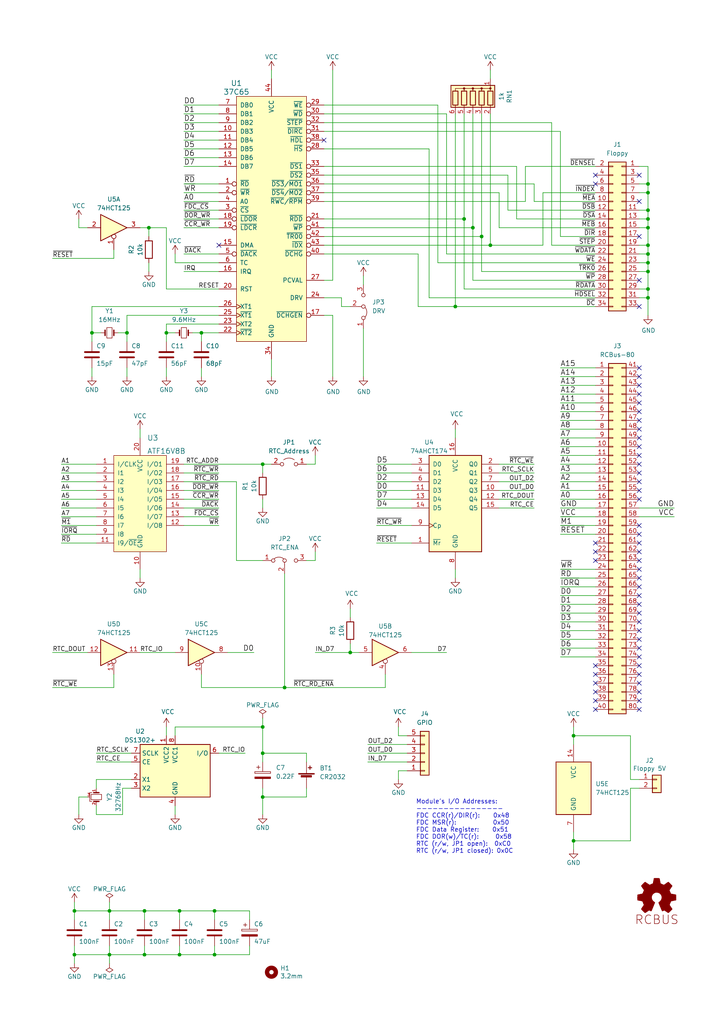
<source format=kicad_sch>
(kicad_sch (version 20211123) (generator eeschema)
  (paper "A4" portrait)
  (title_block (title "Flock: RCBUS FDC and RTC Module") (date "2023-09-12") (rev "2.0") (company "Designed by Sergey Kiselev") (comment 2 "Licensed under CERN-OHL-S: https://cern-ohl.web.cern.ch") (comment 3 "Documentation and design files: https://github.com/skiselev/flock-v2") (comment 4 "Flock is an open source hardware project"))
  (lib_symbols
    (symbol "74xx:74LS125" (pin_names (offset 1.016))
      (property "Reference" "U" (at 0 1.27 0))
      (property "Value" "74LS125" (at 0 -1.27 0))
      (symbol "74LS125_1_0"
        (pin input inverted (at 0 -6.35 90) (length 4.445) (name "~") (number "1"))
        (pin input line (at -7.62 0 0) (length 3.81) (name "~") (number "2"))
        (pin tri_state line (at 7.62 0 180) (length 3.81) (name "~") (number "3"))
      )
      (symbol "74LS125_2_0"
        (pin input inverted (at 0 -6.35 90) (length 4.445) (name "~") (number "4"))
        (pin input line (at -7.62 0 0) (length 3.81) (name "~") (number "5"))
        (pin tri_state line (at 7.62 0 180) (length 3.81) (name "~") (number "6"))
      )
      (symbol "74LS125_3_0"
        (pin input inverted (at 0 -6.35 90) (length 4.445) (name "~") (number "10"))
        (pin tri_state line (at 7.62 0 180) (length 3.81) (name "~") (number "8"))
        (pin input line (at -7.62 0 0) (length 3.81) (name "~") (number "9"))
      )
      (symbol "74LS125_4_0"
        (pin tri_state line (at 7.62 0 180) (length 3.81) (name "~") (number "11"))
        (pin input line (at -7.62 0 0) (length 3.81) (name "~") (number "12"))
        (pin input inverted (at 0 -6.35 90) (length 4.445) (name "~") (number "13"))
      )
      (symbol "74LS125_5_0"
        (pin power_in line (at 0 12.7 270) (length 5.08) (name "VCC") (number "14"))
        (pin power_in line (at 0 -12.7 90) (length 5.08) (name "GND") (number "7"))
      )
    )
    (symbol "74xx:74LS174" (pin_names (offset 1.016))
      (property "Reference" "U" (at -7.62 13.97 0))
      (property "Value" "74LS174" (at -7.62 -16.51 0))
      (symbol "74LS174_1_0"
        (pin input line (at -12.7 -12.7 0) (length 5.08) (name "~{Mr}") (number "1"))
        (pin output line (at 12.7 2.54 180) (length 5.08) (name "Q3") (number "10"))
        (pin input line (at -12.7 2.54 0) (length 5.08) (name "D3") (number "11"))
        (pin output line (at 12.7 0 180) (length 5.08) (name "Q4") (number "12"))
        (pin input line (at -12.7 0 0) (length 5.08) (name "D4") (number "13"))
        (pin input line (at -12.7 -2.54 0) (length 5.08) (name "D5") (number "14"))
        (pin output line (at 12.7 -2.54 180) (length 5.08) (name "Q5") (number "15"))
        (pin power_in line (at 0 17.78 270) (length 5.08) (name "VCC") (number "16"))
        (pin output line (at 12.7 10.16 180) (length 5.08) (name "Q0") (number "2"))
        (pin input line (at -12.7 10.16 0) (length 5.08) (name "D0") (number "3"))
        (pin input line (at -12.7 7.62 0) (length 5.08) (name "D1") (number "4"))
        (pin output line (at 12.7 7.62 180) (length 5.08) (name "Q1") (number "5"))
        (pin input line (at -12.7 5.08 0) (length 5.08) (name "D2") (number "6"))
        (pin output line (at 12.7 5.08 180) (length 5.08) (name "Q2") (number "7"))
        (pin power_in line (at 0 -20.32 90) (length 5.08) (name "GND") (number "8"))
        (pin input clock (at -12.7 -7.62 0) (length 5.08) (name "Cp") (number "9"))
      )
    )
    (symbol "Connector_Generic:Conn_01x02" (pin_names (offset 1.016) hide)
      (property "Reference" "J" (at 0 2.54 0))
      (property "Value" "Conn_01x02" (at 0 -5.08 0))
      (symbol "Conn_01x02_1_1"
        (pin passive line (at -5.08 0 0) (length 3.81) (name "Pin_1") (number "1"))
        (pin passive line (at -5.08 -2.54 0) (length 3.81) (name "Pin_2") (number "2"))
      )
    )
    (symbol "Connector_Generic:Conn_01x05" (pin_names (offset 1.016) hide)
      (property "Reference" "J" (at 0 7.62 0))
      (property "Value" "Conn_01x05" (at 0 -7.62 0))
      (symbol "Conn_01x05_1_1"
        (pin passive line (at -5.08 5.08 0) (length 3.81) (name "Pin_1") (number "1"))
        (pin passive line (at -5.08 2.54 0) (length 3.81) (name "Pin_2") (number "2"))
        (pin passive line (at -5.08 0 0) (length 3.81) (name "Pin_3") (number "3"))
        (pin passive line (at -5.08 -2.54 0) (length 3.81) (name "Pin_4") (number "4"))
        (pin passive line (at -5.08 -5.08 0) (length 3.81) (name "Pin_5") (number "5"))
      )
    )
    (symbol "Connector_Generic:Conn_02x17_Odd_Even" (pin_names (offset 1.016) hide)
      (property "Reference" "J" (at 1.27 22.86 0))
      (property "Value" "Conn_02x17_Odd_Even" (at 1.27 -22.86 0))
      (symbol "Conn_02x17_Odd_Even_1_1"
        (pin passive line (at -5.08 20.32 0) (length 3.81) (name "Pin_1") (number "1"))
        (pin passive line (at 7.62 10.16 180) (length 3.81) (name "Pin_10") (number "10"))
        (pin passive line (at -5.08 7.62 0) (length 3.81) (name "Pin_11") (number "11"))
        (pin passive line (at 7.62 7.62 180) (length 3.81) (name "Pin_12") (number "12"))
        (pin passive line (at -5.08 5.08 0) (length 3.81) (name "Pin_13") (number "13"))
        (pin passive line (at 7.62 5.08 180) (length 3.81) (name "Pin_14") (number "14"))
        (pin passive line (at -5.08 2.54 0) (length 3.81) (name "Pin_15") (number "15"))
        (pin passive line (at 7.62 2.54 180) (length 3.81) (name "Pin_16") (number "16"))
        (pin passive line (at -5.08 0 0) (length 3.81) (name "Pin_17") (number "17"))
        (pin passive line (at 7.62 0 180) (length 3.81) (name "Pin_18") (number "18"))
        (pin passive line (at -5.08 -2.54 0) (length 3.81) (name "Pin_19") (number "19"))
        (pin passive line (at 7.62 20.32 180) (length 3.81) (name "Pin_2") (number "2"))
        (pin passive line (at 7.62 -2.54 180) (length 3.81) (name "Pin_20") (number "20"))
        (pin passive line (at -5.08 -5.08 0) (length 3.81) (name "Pin_21") (number "21"))
        (pin passive line (at 7.62 -5.08 180) (length 3.81) (name "Pin_22") (number "22"))
        (pin passive line (at -5.08 -7.62 0) (length 3.81) (name "Pin_23") (number "23"))
        (pin passive line (at 7.62 -7.62 180) (length 3.81) (name "Pin_24") (number "24"))
        (pin passive line (at -5.08 -10.16 0) (length 3.81) (name "Pin_25") (number "25"))
        (pin passive line (at 7.62 -10.16 180) (length 3.81) (name "Pin_26") (number "26"))
        (pin passive line (at -5.08 -12.7 0) (length 3.81) (name "Pin_27") (number "27"))
        (pin passive line (at 7.62 -12.7 180) (length 3.81) (name "Pin_28") (number "28"))
        (pin passive line (at -5.08 -15.24 0) (length 3.81) (name "Pin_29") (number "29"))
        (pin passive line (at -5.08 17.78 0) (length 3.81) (name "Pin_3") (number "3"))
        (pin passive line (at 7.62 -15.24 180) (length 3.81) (name "Pin_30") (number "30"))
        (pin passive line (at -5.08 -17.78 0) (length 3.81) (name "Pin_31") (number "31"))
        (pin passive line (at 7.62 -17.78 180) (length 3.81) (name "Pin_32") (number "32"))
        (pin passive line (at -5.08 -20.32 0) (length 3.81) (name "Pin_33") (number "33"))
        (pin passive line (at 7.62 -20.32 180) (length 3.81) (name "Pin_34") (number "34"))
        (pin passive line (at 7.62 17.78 180) (length 3.81) (name "Pin_4") (number "4"))
        (pin passive line (at -5.08 15.24 0) (length 3.81) (name "Pin_5") (number "5"))
        (pin passive line (at 7.62 15.24 180) (length 3.81) (name "Pin_6") (number "6"))
        (pin passive line (at -5.08 12.7 0) (length 3.81) (name "Pin_7") (number "7"))
        (pin passive line (at 7.62 12.7 180) (length 3.81) (name "Pin_8") (number "8"))
        (pin passive line (at -5.08 10.16 0) (length 3.81) (name "Pin_9") (number "9"))
      )
    )
    (symbol "Connector_Generic:Conn_02x40_Top_Bottom" (pin_names (offset 1.016) hide)
      (property "Reference" "J" (at 1.27 50.8 0))
      (property "Value" "Conn_02x40_Top_Bottom" (at 1.27 -53.34 0))
      (symbol "Conn_02x40_Top_Bottom_1_1"
        (pin passive line (at -5.08 48.26 0) (length 3.81) (name "Pin_1") (number "1"))
        (pin passive line (at -5.08 25.4 0) (length 3.81) (name "Pin_10") (number "10"))
        (pin passive line (at -5.08 22.86 0) (length 3.81) (name "Pin_11") (number "11"))
        (pin passive line (at -5.08 20.32 0) (length 3.81) (name "Pin_12") (number "12"))
        (pin passive line (at -5.08 17.78 0) (length 3.81) (name "Pin_13") (number "13"))
        (pin passive line (at -5.08 15.24 0) (length 3.81) (name "Pin_14") (number "14"))
        (pin passive line (at -5.08 12.7 0) (length 3.81) (name "Pin_15") (number "15"))
        (pin passive line (at -5.08 10.16 0) (length 3.81) (name "Pin_16") (number "16"))
        (pin passive line (at -5.08 7.62 0) (length 3.81) (name "Pin_17") (number "17"))
        (pin passive line (at -5.08 5.08 0) (length 3.81) (name "Pin_18") (number "18"))
        (pin passive line (at -5.08 2.54 0) (length 3.81) (name "Pin_19") (number "19"))
        (pin passive line (at -5.08 45.72 0) (length 3.81) (name "Pin_2") (number "2"))
        (pin passive line (at -5.08 0 0) (length 3.81) (name "Pin_20") (number "20"))
        (pin passive line (at -5.08 -2.54 0) (length 3.81) (name "Pin_21") (number "21"))
        (pin passive line (at -5.08 -5.08 0) (length 3.81) (name "Pin_22") (number "22"))
        (pin passive line (at -5.08 -7.62 0) (length 3.81) (name "Pin_23") (number "23"))
        (pin passive line (at -5.08 -10.16 0) (length 3.81) (name "Pin_24") (number "24"))
        (pin passive line (at -5.08 -12.7 0) (length 3.81) (name "Pin_25") (number "25"))
        (pin passive line (at -5.08 -15.24 0) (length 3.81) (name "Pin_26") (number "26"))
        (pin passive line (at -5.08 -17.78 0) (length 3.81) (name "Pin_27") (number "27"))
        (pin passive line (at -5.08 -20.32 0) (length 3.81) (name "Pin_28") (number "28"))
        (pin passive line (at -5.08 -22.86 0) (length 3.81) (name "Pin_29") (number "29"))
        (pin passive line (at -5.08 43.18 0) (length 3.81) (name "Pin_3") (number "3"))
        (pin passive line (at -5.08 -25.4 0) (length 3.81) (name "Pin_30") (number "30"))
        (pin passive line (at -5.08 -27.94 0) (length 3.81) (name "Pin_31") (number "31"))
        (pin passive line (at -5.08 -30.48 0) (length 3.81) (name "Pin_32") (number "32"))
        (pin passive line (at -5.08 -33.02 0) (length 3.81) (name "Pin_33") (number "33"))
        (pin passive line (at -5.08 -35.56 0) (length 3.81) (name "Pin_34") (number "34"))
        (pin passive line (at -5.08 -38.1 0) (length 3.81) (name "Pin_35") (number "35"))
        (pin passive line (at -5.08 -40.64 0) (length 3.81) (name "Pin_36") (number "36"))
        (pin passive line (at -5.08 -43.18 0) (length 3.81) (name "Pin_37") (number "37"))
        (pin passive line (at -5.08 -45.72 0) (length 3.81) (name "Pin_38") (number "38"))
        (pin passive line (at -5.08 -48.26 0) (length 3.81) (name "Pin_39") (number "39"))
        (pin passive line (at -5.08 40.64 0) (length 3.81) (name "Pin_4") (number "4"))
        (pin passive line (at -5.08 -50.8 0) (length 3.81) (name "Pin_40") (number "40"))
        (pin passive line (at 7.62 48.26 180) (length 3.81) (name "Pin_41") (number "41"))
        (pin passive line (at 7.62 45.72 180) (length 3.81) (name "Pin_42") (number "42"))
        (pin passive line (at 7.62 43.18 180) (length 3.81) (name "Pin_43") (number "43"))
        (pin passive line (at 7.62 40.64 180) (length 3.81) (name "Pin_44") (number "44"))
        (pin passive line (at 7.62 38.1 180) (length 3.81) (name "Pin_45") (number "45"))
        (pin passive line (at 7.62 35.56 180) (length 3.81) (name "Pin_46") (number "46"))
        (pin passive line (at 7.62 33.02 180) (length 3.81) (name "Pin_47") (number "47"))
        (pin passive line (at 7.62 30.48 180) (length 3.81) (name "Pin_48") (number "48"))
        (pin passive line (at 7.62 27.94 180) (length 3.81) (name "Pin_49") (number "49"))
        (pin passive line (at -5.08 38.1 0) (length 3.81) (name "Pin_5") (number "5"))
        (pin passive line (at 7.62 25.4 180) (length 3.81) (name "Pin_50") (number "50"))
        (pin passive line (at 7.62 22.86 180) (length 3.81) (name "Pin_51") (number "51"))
        (pin passive line (at 7.62 20.32 180) (length 3.81) (name "Pin_52") (number "52"))
        (pin passive line (at 7.62 17.78 180) (length 3.81) (name "Pin_53") (number "53"))
        (pin passive line (at 7.62 15.24 180) (length 3.81) (name "Pin_54") (number "54"))
        (pin passive line (at 7.62 12.7 180) (length 3.81) (name "Pin_55") (number "55"))
        (pin passive line (at 7.62 10.16 180) (length 3.81) (name "Pin_56") (number "56"))
        (pin passive line (at 7.62 7.62 180) (length 3.81) (name "Pin_57") (number "57"))
        (pin passive line (at 7.62 5.08 180) (length 3.81) (name "Pin_58") (number "58"))
        (pin passive line (at 7.62 2.54 180) (length 3.81) (name "Pin_59") (number "59"))
        (pin passive line (at -5.08 35.56 0) (length 3.81) (name "Pin_6") (number "6"))
        (pin passive line (at 7.62 0 180) (length 3.81) (name "Pin_60") (number "60"))
        (pin passive line (at 7.62 -2.54 180) (length 3.81) (name "Pin_61") (number "61"))
        (pin passive line (at 7.62 -5.08 180) (length 3.81) (name "Pin_62") (number "62"))
        (pin passive line (at 7.62 -7.62 180) (length 3.81) (name "Pin_63") (number "63"))
        (pin passive line (at 7.62 -10.16 180) (length 3.81) (name "Pin_64") (number "64"))
        (pin passive line (at 7.62 -12.7 180) (length 3.81) (name "Pin_65") (number "65"))
        (pin passive line (at 7.62 -15.24 180) (length 3.81) (name "Pin_66") (number "66"))
        (pin passive line (at 7.62 -17.78 180) (length 3.81) (name "Pin_67") (number "67"))
        (pin passive line (at 7.62 -20.32 180) (length 3.81) (name "Pin_68") (number "68"))
        (pin passive line (at 7.62 -22.86 180) (length 3.81) (name "Pin_69") (number "69"))
        (pin passive line (at -5.08 33.02 0) (length 3.81) (name "Pin_7") (number "7"))
        (pin passive line (at 7.62 -25.4 180) (length 3.81) (name "Pin_70") (number "70"))
        (pin passive line (at 7.62 -27.94 180) (length 3.81) (name "Pin_71") (number "71"))
        (pin passive line (at 7.62 -30.48 180) (length 3.81) (name "Pin_72") (number "72"))
        (pin passive line (at 7.62 -33.02 180) (length 3.81) (name "Pin_73") (number "73"))
        (pin passive line (at 7.62 -35.56 180) (length 3.81) (name "Pin_74") (number "74"))
        (pin passive line (at 7.62 -38.1 180) (length 3.81) (name "Pin_75") (number "75"))
        (pin passive line (at 7.62 -40.64 180) (length 3.81) (name "Pin_76") (number "76"))
        (pin passive line (at 7.62 -43.18 180) (length 3.81) (name "Pin_77") (number "77"))
        (pin passive line (at 7.62 -45.72 180) (length 3.81) (name "Pin_78") (number "78"))
        (pin passive line (at 7.62 -48.26 180) (length 3.81) (name "Pin_79") (number "79"))
        (pin passive line (at -5.08 30.48 0) (length 3.81) (name "Pin_8") (number "8"))
        (pin passive line (at 7.62 -50.8 180) (length 3.81) (name "Pin_80") (number "80"))
        (pin passive line (at -5.08 27.94 0) (length 3.81) (name "Pin_9") (number "9"))
      )
    )
    (symbol "Device:Battery_Cell" (pin_numbers hide) (pin_names (offset 0) hide)
      (property "Reference" "BT" (at 2.54 2.54 0))
      (property "Value" "Battery_Cell" (at 2.54 0 0))
      (symbol "Battery_Cell_1_1"
        (pin passive line (at 0 5.08 270) (length 2.54) (name "+") (number "1"))
        (pin passive line (at 0 -2.54 90) (length 2.54) (name "-") (number "2"))
      )
    )
    (symbol "Device:C" (pin_numbers hide) (pin_names (offset 0.254))
      (property "Reference" "C" (at 0.635 2.54 0))
      (property "Value" "C" (at 0.635 -2.54 0))
      (symbol "C_1_1"
        (pin passive line (at 0 3.81 270) (length 2.794) (name "~") (number "1"))
        (pin passive line (at 0 -3.81 90) (length 2.794) (name "~") (number "2"))
      )
    )
    (symbol "Device:C_Polarized" (pin_numbers hide) (pin_names (offset 0.254))
      (property "Reference" "C" (at 0.635 2.54 0))
      (property "Value" "C_Polarized" (at 0.635 -2.54 0))
      (symbol "C_Polarized_1_1"
        (pin passive line (at 0 3.81 270) (length 2.794) (name "~") (number "1"))
        (pin passive line (at 0 -3.81 90) (length 2.794) (name "~") (number "2"))
      )
    )
    (symbol "Device:Crystal_GND3_Small" (pin_names (offset 1.016) hide)
      (property "Reference" "Y" (at 0 5.08 0))
      (property "Value" "Crystal_GND3_Small" (at 0 3.175 0))
      (symbol "Crystal_GND3_Small_1_1"
        (pin passive line (at -2.54 0 0) (length 1.27) (name "1") (number "1"))
        (pin passive line (at 2.54 0 180) (length 1.27) (name "2") (number "2"))
        (pin passive line (at 0 -2.54 90) (length 0.635) (name "3") (number "3"))
      )
    )
    (symbol "Device:Crystal_Small" (pin_numbers hide) (pin_names (offset 1.016) hide)
      (property "Reference" "Y" (at 0 2.54 0))
      (property "Value" "Crystal_Small" (at 0 -2.54 0))
      (symbol "Crystal_Small_1_1"
        (pin passive line (at -2.54 0 0) (length 1.27) (name "1") (number "1"))
        (pin passive line (at 2.54 0 180) (length 1.27) (name "2") (number "2"))
      )
    )
    (symbol "Device:R" (pin_numbers hide) (pin_names (offset 0))
      (property "Reference" "R" (at 2.032 0 90))
      (property "Value" "R" (at 0 0 90))
      (symbol "R_1_1"
        (pin passive line (at 0 3.81 270) (length 1.27) (name "~") (number "1"))
        (pin passive line (at 0 -3.81 90) (length 1.27) (name "~") (number "2"))
      )
    )
    (symbol "Device:R_Network05" (pin_names (offset 0) hide)
      (property "Reference" "RN" (at -7.62 0 90))
      (property "Value" "R_Network05" (at 7.62 0 90))
      (symbol "R_Network05_1_1"
        (pin passive line (at -5.08 5.08 270) (length 2.54) (name "common") (number "1"))
        (pin passive line (at -5.08 -5.08 90) (length 1.27) (name "R1") (number "2"))
        (pin passive line (at -2.54 -5.08 90) (length 1.27) (name "R2") (number "3"))
        (pin passive line (at 0 -5.08 90) (length 1.27) (name "R3") (number "4"))
        (pin passive line (at 2.54 -5.08 90) (length 1.27) (name "R4") (number "5"))
        (pin passive line (at 5.08 -5.08 90) (length 1.27) (name "R5") (number "6"))
      )
    )
    (symbol "Graphic:Logo_Open_Hardware_Small" (pin_names (offset 1.016)))
    (symbol "Jumper:Jumper_2_Open" (pin_names (offset 0) hide)
      (property "Reference" "JP" (at 0 2.794 0))
      (property "Value" "Jumper_2_Open" (at 0 -2.286 0))
      (symbol "Jumper_2_Open_1_1"
        (pin passive line (at -5.08 0 0) (length 2.54) (name "A") (number "1"))
        (pin passive line (at 5.08 0 180) (length 2.54) (name "B") (number "2"))
      )
    )
    (symbol "Jumper:Jumper_3_Bridged12" (pin_names (offset 0) hide)
      (property "Reference" "JP" (at -2.54 -2.54 0))
      (property "Value" "Jumper_3_Bridged12" (at 0 2.794 0))
      (symbol "Jumper_3_Bridged12_1_1"
        (pin passive line (at -6.35 0 0) (length 2.54) (name "A") (number "1"))
        (pin passive line (at 0 -3.81 90) (length 2.54) (name "C") (number "2"))
        (pin passive line (at 6.35 0 180) (length 2.54) (name "B") (number "3"))
      )
    )
    (symbol "Mechanical:MountingHole" (pin_names (offset 1.016))
      (property "Reference" "H" (at 0 5.08 0))
      (property "Value" "MountingHole" (at 0 3.175 0))
    )
    (symbol "Timer_RTC:DS1302+"
      (property "Reference" "U" (at -8.89 8.89 0))
      (property "Value" "DS1302+" (at 6.35 8.89 0))
      (symbol "DS1302+_1_1"
        (pin power_in line (at -2.54 10.16 270) (length 2.54) (name "VCC2") (number "1"))
        (pin input line (at -12.7 -2.54 0) (length 2.54) (name "X1") (number "2"))
        (pin input line (at -12.7 -5.08 0) (length 2.54) (name "X2") (number "3"))
        (pin power_in line (at 0 -10.16 90) (length 2.54) (name "GND") (number "4"))
        (pin input line (at -12.7 2.54 0) (length 2.54) (name "CE") (number "5"))
        (pin bidirectional line (at 12.7 5.08 180) (length 2.54) (name "I/O") (number "6"))
        (pin input line (at -12.7 5.08 0) (length 2.54) (name "SCLK") (number "7"))
        (pin power_in line (at 0 10.16 270) (length 2.54) (name "VCC1") (number "8"))
      )
    )
    (symbol "my_components:37C65-PLCC" (pin_names (offset 1.016))
      (property "Reference" "U" (at -10.16 36.83 0))
      (property "Value" "37C65-PLCC" (at -10.16 34.29 0))
      (symbol "37C65-PLCC_1_1"
        (pin input inverted (at -15.24 7.62 0) (length 5.08) (name "~{RD}") (number "1"))
        (pin tri_state line (at -15.24 22.86 0) (length 5.08) (name "DB3") (number "10"))
        (pin tri_state line (at -15.24 20.32 0) (length 5.08) (name "DB4") (number "11"))
        (pin tri_state line (at -15.24 17.78 0) (length 5.08) (name "DB5") (number "12"))
        (pin tri_state line (at -15.24 15.24 0) (length 5.08) (name "DB6") (number "13"))
        (pin tri_state line (at -15.24 12.7 0) (length 5.08) (name "DB7") (number "14"))
        (pin output line (at -15.24 -10.16 0) (length 5.08) (name "DMA") (number "15"))
        (pin output line (at -15.24 -17.78 0) (length 5.08) (name "IRQ") (number "16"))
        (pin input inverted (at 15.24 -30.48 180) (length 5.08) (name "~{DCHGEN}") (number "17"))
        (pin input inverted (at -15.24 -2.54 0) (length 5.08) (name "~{LDOR}") (number "18"))
        (pin input inverted (at -15.24 -5.08 0) (length 5.08) (name "~{LDCR}") (number "19"))
        (pin input inverted (at -15.24 5.08 0) (length 5.08) (name "~{WR}") (number "2"))
        (pin input line (at -15.24 -22.86 0) (length 5.08) (name "RST") (number "20"))
        (pin input inverted (at 15.24 -2.54 180) (length 5.08) (name "~{RDD}") (number "21"))
        (pin input clock (at -15.24 -35.56 0) (length 5.08) (name "~{XT2}") (number "22"))
        (pin input clock (at -15.24 -33.02 0) (length 5.08) (name "XT2") (number "23"))
        (pin input line (at 15.24 -25.4 180) (length 5.08) (name "DRV") (number "24"))
        (pin input clock (at -15.24 -30.48 0) (length 5.08) (name "~{XT1}") (number "25"))
        (pin input clock (at -15.24 -27.94 0) (length 5.08) (name "XT1") (number "26"))
        (pin input line (at 15.24 -20.32 180) (length 5.08) (name "PCVAL") (number "27"))
        (pin output inverted (at 15.24 17.78 180) (length 5.08) (name "~{HS}") (number "28"))
        (pin output inverted (at 15.24 30.48 180) (length 5.08) (name "~{WE}") (number "29"))
        (pin input inverted (at -15.24 0 0) (length 5.08) (name "~{CS}") (number "3"))
        (pin output inverted (at 15.24 27.94 180) (length 5.08) (name "~{WD}") (number "30"))
        (pin output inverted (at 15.24 22.86 180) (length 5.08) (name "~{DIRC}") (number "31"))
        (pin output inverted (at 15.24 25.4 180) (length 5.08) (name "~{STEP}") (number "32"))
        (pin output inverted (at 15.24 12.7 180) (length 5.08) (name "~{DS1}") (number "33"))
        (pin power_in line (at 0 -43.18 90) (length 5.08) (name "GND") (number "34"))
        (pin output inverted (at 15.24 10.16 180) (length 5.08) (name "~{DS2}") (number "35"))
        (pin output inverted (at 15.24 7.62 180) (length 5.08) (name "~{DS3}/~{MO1}") (number "36"))
        (pin output inverted (at 15.24 5.08 180) (length 5.08) (name "~{DS4}/~{MO2}") (number "37"))
        (pin output inverted (at 15.24 20.32 180) (length 5.08) (name "~{HDL}") (number "38"))
        (pin output inverted (at 15.24 2.54 180) (length 5.08) (name "~{RWC}/~{RPM}") (number "39"))
        (pin input line (at -15.24 2.54 0) (length 5.08) (name "A0") (number "4"))
        (pin input inverted (at 15.24 -12.7 180) (length 5.08) (name "~{DCHG}") (number "40"))
        (pin input inverted (at 15.24 -5.08 180) (length 5.08) (name "~{WP}") (number "41"))
        (pin input inverted (at 15.24 -7.62 180) (length 5.08) (name "~{TR00}") (number "42"))
        (pin input inverted (at 15.24 -10.16 180) (length 5.08) (name "~{IDX}") (number "43"))
        (pin power_in line (at 0 38.1 270) (length 5.08) (name "VCC") (number "44"))
        (pin input inverted (at -15.24 -12.7 0) (length 5.08) (name "~{DACK}") (number "5"))
        (pin input line (at -15.24 -15.24 0) (length 5.08) (name "TC") (number "6"))
        (pin tri_state line (at -15.24 30.48 0) (length 5.08) (name "DB0") (number "7"))
        (pin tri_state line (at -15.24 27.94 0) (length 5.08) (name "DB1") (number "8"))
        (pin tri_state line (at -15.24 25.4 0) (length 5.08) (name "DB2") (number "9"))
      )
    )
    (symbol "my_components:ATF16V8B" (pin_names (offset 1.016))
      (property "Reference" "U" (at -7.62 17.78 0))
      (property "Value" "ATF16V8B" (at -7.62 15.24 0))
      (symbol "ATF16V8B_1_1"
        (pin input line (at -12.7 11.43 0) (length 5.08) (name "I/CLK") (number "1"))
        (pin power_in line (at 0 -19.05 90) (length 5.08) (name "GND") (number "10"))
        (pin input line (at -12.7 -11.43 0) (length 5.08) (name "I9/~{OE}") (number "11"))
        (pin bidirectional line (at 12.7 -6.35 180) (length 5.08) (name "I/O8") (number "12"))
        (pin bidirectional line (at 12.7 -3.81 180) (length 5.08) (name "I/O7") (number "13"))
        (pin bidirectional line (at 12.7 -1.27 180) (length 5.08) (name "I/O6") (number "14"))
        (pin bidirectional line (at 12.7 1.27 180) (length 5.08) (name "I/O5") (number "15"))
        (pin bidirectional line (at 12.7 3.81 180) (length 5.08) (name "I/O4") (number "16"))
        (pin bidirectional line (at 12.7 6.35 180) (length 5.08) (name "I/O3") (number "17"))
        (pin bidirectional line (at 12.7 8.89 180) (length 5.08) (name "I/O2") (number "18"))
        (pin bidirectional line (at 12.7 11.43 180) (length 5.08) (name "I/O1") (number "19"))
        (pin input line (at -12.7 8.89 0) (length 5.08) (name "I1") (number "2"))
        (pin power_in line (at 0 19.05 270) (length 5.08) (name "VCC") (number "20"))
        (pin input line (at -12.7 6.35 0) (length 5.08) (name "I2") (number "3"))
        (pin input line (at -12.7 3.81 0) (length 5.08) (name "I3") (number "4"))
        (pin input line (at -12.7 1.27 0) (length 5.08) (name "I4") (number "5"))
        (pin input line (at -12.7 -1.27 0) (length 5.08) (name "I5") (number "6"))
        (pin input line (at -12.7 -3.81 0) (length 5.08) (name "I6") (number "7"))
        (pin input line (at -12.7 -6.35 0) (length 5.08) (name "I7") (number "8"))
        (pin input line (at -12.7 -8.89 0) (length 5.08) (name "I8") (number "9"))
      )
    )
    (symbol "my_components:RCBUS_Logo"
      (symbol "RCBUS_Logo_0_0"
        (text "RCBUS" (at 0 0 0) (effects (font (size 2.54 2.54))))
      )
    )
    (symbol "power:GND" (power) (pin_names (offset 0))
      (property "Value" "GND" (at 0 -3.81 0))
      (symbol "GND_1_1"
        (pin power_in line (at 0 0 270) (length 0) hide (name "GND") (number "1"))
      )
    )
    (symbol "power:PWR_FLAG" (power) (pin_numbers hide) (pin_names (offset 0) hide)
      (property "Value" "PWR_FLAG" (at 0 3.81 0))
      (symbol "PWR_FLAG_0_0"
        (pin power_out line (at 0 0 90) (length 0) (name "pwr") (number "1"))
      )
    )
    (symbol "power:VCC" (power) (pin_names (offset 0))
      (property "Value" "VCC" (at 0 3.81 0))
      (symbol "VCC_1_1"
        (pin power_in line (at 0 0 90) (length 0) hide (name "VCC") (number "1"))
      )
    )
  )
  (junction (at 166.37 243.84))
  (junction (at 187.96 63.5))
  (junction (at 187.96 66.04))
  (junction (at 41.91 276.86))
  (junction (at 187.96 76.2))
  (junction (at 187.96 60.96))
  (junction (at 48.26 96.52))
  (junction (at 137.16 66.04))
  (junction (at 36.83 96.52))
  (junction (at 26.67 96.52))
  (junction (at 76.2 231.14))
  (junction (at 187.96 73.66))
  (junction (at 21.59 264.16))
  (junction (at 76.2 210.82))
  (junction (at 187.96 78.74))
  (junction (at 139.7 68.58))
  (junction (at 52.07 264.16))
  (junction (at 187.96 55.88))
  (junction (at 142.24 71.12))
  (junction (at 31.75 276.86))
  (junction (at 31.75 264.16))
  (junction (at 52.07 276.86))
  (junction (at 41.91 264.16))
  (junction (at 62.23 276.86))
  (junction (at 187.96 71.12))
  (junction (at 134.62 63.5))
  (junction (at 187.96 86.36))
  (junction (at 132.08 88.9))
  (junction (at 82.55 199.39))
  (junction (at 58.42 96.52))
  (junction (at 76.2 134.62))
  (junction (at 187.96 53.34))
  (junction (at 187.96 83.82))
  (junction (at 166.37 213.36))
  (junction (at 21.59 276.86))
  (junction (at 101.6 189.23))
  (junction (at 76.2 218.44))
  (junction (at 62.23 264.16))
  (junction (at 43.18 66.04))
  (no_connect (at 185.42 200.66))
  (no_connect (at 185.42 203.2))
  (no_connect (at 185.42 205.74))
  (no_connect (at 185.42 193.04))
  (no_connect (at 185.42 195.58))
  (no_connect (at 63.5 71.12))
  (no_connect (at 93.98 40.64))
  (no_connect (at 172.72 162.56))
  (no_connect (at 172.72 195.58))
  (no_connect (at 172.72 200.66))
  (no_connect (at 172.72 203.2))
  (no_connect (at 172.72 193.04))
  (no_connect (at 185.42 152.4))
  (no_connect (at 185.42 154.94))
  (no_connect (at 185.42 165.1))
  (no_connect (at 185.42 167.64))
  (no_connect (at 185.42 172.72))
  (no_connect (at 185.42 175.26))
  (no_connect (at 185.42 177.8))
  (no_connect (at 185.42 180.34))
  (no_connect (at 185.42 182.88))
  (no_connect (at 185.42 185.42))
  (no_connect (at 185.42 187.96))
  (no_connect (at 185.42 190.5))
  (no_connect (at 185.42 157.48))
  (no_connect (at 185.42 160.02))
  (no_connect (at 185.42 162.56))
  (no_connect (at 172.72 50.8))
  (no_connect (at 172.72 53.34))
  (no_connect (at 185.42 134.62))
  (no_connect (at 185.42 137.16))
  (no_connect (at 185.42 139.7))
  (no_connect (at 185.42 142.24))
  (no_connect (at 185.42 144.78))
  (no_connect (at 185.42 129.54))
  (no_connect (at 185.42 132.08))
  (no_connect (at 185.42 106.68))
  (no_connect (at 185.42 109.22))
  (no_connect (at 185.42 111.76))
  (no_connect (at 185.42 114.3))
  (no_connect (at 185.42 116.84))
  (no_connect (at 185.42 119.38))
  (no_connect (at 185.42 121.92))
  (no_connect (at 185.42 124.46))
  (no_connect (at 185.42 127))
  (no_connect (at 185.42 81.28))
  (no_connect (at 185.42 88.9))
  (no_connect (at 185.42 58.42))
  (no_connect (at 185.42 68.58))
  (no_connect (at 185.42 50.8))
  (no_connect (at 172.72 205.74))
  (no_connect (at 185.42 170.18))
  (no_connect (at 172.72 160.02))
  (no_connect (at 185.42 198.12))
  (no_connect (at 172.72 198.12))
  (no_connect (at 172.72 157.48))
  (wire (pts (xy 48.26 213.36) (xy 48.26 210.82)))
  (wire (pts (xy 185.42 76.2) (xy 187.96 76.2)))
  (wire (pts (xy 93.98 50.8) (xy 147.32 50.8)))
  (wire (pts (xy 52.07 266.7) (xy 52.07 264.16)))
  (wire (pts (xy 48.26 83.82) (xy 63.5 83.82)))
  (wire (pts (xy 76.2 144.78) (xy 76.2 147.32)))
  (wire (pts (xy 26.67 88.9) (xy 26.67 96.52)))
  (wire (pts (xy 172.72 147.32) (xy 162.56 147.32)))
  (wire (pts (xy 185.42 149.86) (xy 195.58 149.86)))
  (wire (pts (xy 78.74 104.14) (xy 78.74 109.22)))
  (wire (pts (xy 185.42 86.36) (xy 187.96 86.36)))
  (wire (pts (xy 185.42 53.34) (xy 187.96 53.34)))
  (wire (pts (xy 62.23 264.16) (xy 72.39 264.16)))
  (wire (pts (xy 55.88 96.52) (xy 58.42 96.52)))
  (wire (pts (xy 172.72 119.38) (xy 162.56 119.38)))
  (wire (pts (xy 124.46 43.18) (xy 93.98 43.18)))
  (wire (pts (xy 93.98 63.5) (xy 134.62 63.5)))
  (wire (pts (xy 119.38 189.23) (xy 129.54 189.23)))
  (wire (pts (xy 172.72 172.72) (xy 162.56 172.72)))
  (wire (pts (xy 48.26 83.82) (xy 48.26 66.04)))
  (wire (pts (xy 172.72 106.68) (xy 162.56 106.68)))
  (wire (pts (xy 166.37 241.3) (xy 166.37 243.84)))
  (wire (pts (xy 27.94 236.22) (xy 35.56 236.22)))
  (wire (pts (xy 53.34 60.96) (xy 63.5 60.96)))
  (wire (pts (xy 21.59 261.62) (xy 21.59 264.16)))
  (wire (pts (xy 185.42 60.96) (xy 187.96 60.96)))
  (wire (pts (xy 17.78 144.78) (xy 27.94 144.78)))
  (wire (pts (xy 119.38 142.24) (xy 109.22 142.24)))
  (wire (pts (xy 41.91 264.16) (xy 52.07 264.16)))
  (wire (pts (xy 142.24 20.32) (xy 142.24 22.86)))
  (wire (pts (xy 101.6 189.23) (xy 104.14 189.23)))
  (wire (pts (xy 93.98 68.58) (xy 139.7 68.58)))
  (wire (pts (xy 142.24 33.02) (xy 142.24 71.12)))
  (wire (pts (xy 22.86 231.14) (xy 22.86 236.22)))
  (wire (pts (xy 172.72 175.26) (xy 162.56 175.26)))
  (wire (pts (xy 58.42 96.52) (xy 63.5 96.52)))
  (wire (pts (xy 139.7 33.02) (xy 139.7 68.58)))
  (wire (pts (xy 144.78 55.88) (xy 144.78 66.04)))
  (wire (pts (xy 147.32 60.96) (xy 172.72 60.96)))
  (wire (pts (xy 172.72 129.54) (xy 162.56 129.54)))
  (wire (pts (xy 106.68 218.44) (xy 118.11 218.44)))
  (wire (pts (xy 172.72 190.5) (xy 162.56 190.5)))
  (wire (pts (xy 62.23 266.7) (xy 62.23 264.16)))
  (wire (pts (xy 134.62 83.82) (xy 134.62 63.5)))
  (wire (pts (xy 118.11 223.52) (xy 115.57 223.52)))
  (wire (pts (xy 76.2 134.62) (xy 78.74 134.62)))
  (wire (pts (xy 154.94 58.42) (xy 172.72 58.42)))
  (wire (pts (xy 162.56 38.1) (xy 93.98 38.1)))
  (wire (pts (xy 144.78 147.32) (xy 154.94 147.32)))
  (wire (pts (xy 21.59 264.16) (xy 21.59 266.7)))
  (wire (pts (xy 154.94 53.34) (xy 154.94 58.42)))
  (wire (pts (xy 53.34 142.24) (xy 63.5 142.24)))
  (wire (pts (xy 63.5 30.48) (xy 53.34 30.48)))
  (wire (pts (xy 62.23 274.32) (xy 62.23 276.86)))
  (wire (pts (xy 185.42 73.66) (xy 187.96 73.66)))
  (wire (pts (xy 105.41 95.25) (xy 105.41 109.22)))
  (wire (pts (xy 111.76 195.58) (xy 111.76 199.39)))
  (wire (pts (xy 172.72 109.22) (xy 162.56 109.22)))
  (wire (pts (xy 17.78 137.16) (xy 27.94 137.16)))
  (wire (pts (xy 82.55 166.37) (xy 82.55 199.39)))
  (wire (pts (xy 101.6 179.07) (xy 101.6 176.53)))
  (wire (pts (xy 62.23 276.86) (xy 72.39 276.86)))
  (wire (pts (xy 119.38 147.32) (xy 109.22 147.32)))
  (wire (pts (xy 76.2 210.82) (xy 76.2 218.44)))
  (wire (pts (xy 124.46 86.36) (xy 124.46 43.18)))
  (wire (pts (xy 76.2 208.28) (xy 76.2 210.82)))
  (wire (pts (xy 119.38 139.7) (xy 109.22 139.7)))
  (wire (pts (xy 93.98 86.36) (xy 99.06 86.36)))
  (wire (pts (xy 58.42 106.68) (xy 58.42 109.22)))
  (wire (pts (xy 63.5 93.98) (xy 48.26 93.98)))
  (wire (pts (xy 187.96 78.74) (xy 187.96 83.82)))
  (wire (pts (xy 72.39 266.7) (xy 72.39 264.16)))
  (wire (pts (xy 76.2 231.14) (xy 76.2 228.6)))
  (wire (pts (xy 121.285 88.9) (xy 121.285 73.66)))
  (wire (pts (xy 96.52 91.44) (xy 96.52 109.22)))
  (wire (pts (xy 119.38 144.78) (xy 109.22 144.78)))
  (wire (pts (xy 172.72 154.94) (xy 162.56 154.94)))
  (wire (pts (xy 66.04 189.23) (xy 73.66 189.23)))
  (wire (pts (xy 88.9 134.62) (xy 91.44 134.62)))
  (wire (pts (xy 119.38 134.62) (xy 109.22 134.62)))
  (wire (pts (xy 129.54 73.66) (xy 172.72 73.66)))
  (wire (pts (xy 91.44 189.23) (xy 101.6 189.23)))
  (wire (pts (xy 106.68 220.98) (xy 118.11 220.98)))
  (wire (pts (xy 68.58 139.7) (xy 68.58 162.56)))
  (wire (pts (xy 115.57 223.52) (xy 115.57 226.06)))
  (wire (pts (xy 166.37 243.84) (xy 182.88 243.84)))
  (wire (pts (xy 139.7 68.58) (xy 139.7 78.74)))
  (wire (pts (xy 40.64 167.64) (xy 40.64 165.1)))
  (wire (pts (xy 121.285 73.66) (xy 93.98 73.66)))
  (wire (pts (xy 172.72 124.46) (xy 162.56 124.46)))
  (wire (pts (xy 172.72 177.8) (xy 162.56 177.8)))
  (wire (pts (xy 53.34 134.62) (xy 76.2 134.62)))
  (wire (pts (xy 43.18 66.04) (xy 40.64 66.04)))
  (wire (pts (xy 63.5 48.26) (xy 53.34 48.26)))
  (wire (pts (xy 187.96 86.36) (xy 187.96 91.44)))
  (wire (pts (xy 17.78 149.86) (xy 27.94 149.86)))
  (wire (pts (xy 152.4 48.26) (xy 172.72 48.26)))
  (wire (pts (xy 144.78 134.62) (xy 154.94 134.62)))
  (wire (pts (xy 187.96 48.26) (xy 187.96 53.34)))
  (wire (pts (xy 144.78 144.78) (xy 154.94 144.78)))
  (wire (pts (xy 93.98 48.26) (xy 149.86 48.26)))
  (wire (pts (xy 21.59 264.16) (xy 31.75 264.16)))
  (wire (pts (xy 63.5 35.56) (xy 53.34 35.56)))
  (wire (pts (xy 149.86 63.5) (xy 172.72 63.5)))
  (wire (pts (xy 63.5 40.64) (xy 53.34 40.64)))
  (wire (pts (xy 187.96 71.12) (xy 187.96 73.66)))
  (wire (pts (xy 15.24 74.93) (xy 33.02 74.93)))
  (wire (pts (xy 187.96 83.82) (xy 187.96 86.36)))
  (wire (pts (xy 99.06 86.36) (xy 99.06 88.9)))
  (wire (pts (xy 127 30.48) (xy 127 76.2)))
  (wire (pts (xy 17.78 157.48) (xy 27.94 157.48)))
  (wire (pts (xy 58.42 199.39) (xy 58.42 195.58)))
  (wire (pts (xy 91.44 132.08) (xy 91.44 134.62)))
  (wire (pts (xy 21.59 276.86) (xy 31.75 276.86)))
  (wire (pts (xy 82.55 199.39) (xy 111.76 199.39)))
  (wire (pts (xy 185.42 48.26) (xy 187.96 48.26)))
  (wire (pts (xy 93.98 55.88) (xy 144.78 55.88)))
  (wire (pts (xy 185.42 83.82) (xy 187.96 83.82)))
  (wire (pts (xy 144.78 137.16) (xy 154.94 137.16)))
  (wire (pts (xy 53.34 78.74) (xy 63.5 78.74)))
  (wire (pts (xy 26.67 96.52) (xy 26.67 99.06)))
  (wire (pts (xy 172.72 83.82) (xy 134.62 83.82)))
  (wire (pts (xy 63.5 88.9) (xy 26.67 88.9)))
  (wire (pts (xy 109.22 152.4) (xy 119.38 152.4)))
  (wire (pts (xy 48.26 93.98) (xy 48.26 96.52)))
  (wire (pts (xy 99.06 88.9) (xy 101.6 88.9)))
  (wire (pts (xy 63.5 45.72) (xy 53.34 45.72)))
  (wire (pts (xy 182.88 228.6) (xy 182.88 243.84)))
  (wire (pts (xy 96.52 20.32) (xy 96.52 81.28)))
  (wire (pts (xy 172.72 121.92) (xy 162.56 121.92)))
  (wire (pts (xy 76.2 218.44) (xy 88.9 218.44)))
  (wire (pts (xy 48.26 96.52) (xy 48.26 99.06)))
  (wire (pts (xy 41.91 264.16) (xy 41.91 266.7)))
  (wire (pts (xy 132.08 127) (xy 132.08 124.46)))
  (wire (pts (xy 172.72 132.08) (xy 162.56 132.08)))
  (wire (pts (xy 33.02 199.39) (xy 33.02 195.58)))
  (wire (pts (xy 17.78 134.62) (xy 27.94 134.62)))
  (wire (pts (xy 172.72 185.42) (xy 162.56 185.42)))
  (wire (pts (xy 48.26 96.52) (xy 50.8 96.52)))
  (wire (pts (xy 187.96 73.66) (xy 187.96 76.2)))
  (wire (pts (xy 172.72 137.16) (xy 162.56 137.16)))
  (wire (pts (xy 53.34 73.66) (xy 63.5 73.66)))
  (wire (pts (xy 166.37 243.84) (xy 166.37 246.38)))
  (wire (pts (xy 185.42 147.32) (xy 195.58 147.32)))
  (wire (pts (xy 76.2 218.44) (xy 76.2 220.98)))
  (wire (pts (xy 187.96 55.88) (xy 187.96 60.96)))
  (wire (pts (xy 93.98 33.02) (xy 129.54 33.02)))
  (wire (pts (xy 137.16 33.02) (xy 137.16 66.04)))
  (wire (pts (xy 172.72 165.1) (xy 162.56 165.1)))
  (wire (pts (xy 88.9 218.44) (xy 88.9 220.98)))
  (wire (pts (xy 27.94 233.68) (xy 27.94 236.22)))
  (wire (pts (xy 17.78 152.4) (xy 27.94 152.4)))
  (wire (pts (xy 144.78 139.7) (xy 154.94 139.7)))
  (wire (pts (xy 144.78 66.04) (xy 172.72 66.04)))
  (wire (pts (xy 31.75 276.86) (xy 31.75 279.4)))
  (wire (pts (xy 144.78 142.24) (xy 154.94 142.24)))
  (wire (pts (xy 58.42 99.06) (xy 58.42 96.52)))
  (wire (pts (xy 53.34 152.4) (xy 63.5 152.4)))
  (wire (pts (xy 15.24 189.23) (xy 25.4 189.23)))
  (wire (pts (xy 166.37 213.36) (xy 182.88 213.36)))
  (wire (pts (xy 127 76.2) (xy 172.72 76.2)))
  (wire (pts (xy 172.72 111.76) (xy 162.56 111.76)))
  (wire (pts (xy 132.08 88.9) (xy 121.285 88.9)))
  (wire (pts (xy 105.41 80.01) (xy 105.41 82.55)))
  (wire (pts (xy 17.78 154.94) (xy 27.94 154.94)))
  (wire (pts (xy 41.91 276.86) (xy 52.07 276.86)))
  (wire (pts (xy 63.5 38.1) (xy 53.34 38.1)))
  (wire (pts (xy 101.6 186.69) (xy 101.6 189.23)))
  (wire (pts (xy 63.5 53.34) (xy 53.34 53.34)))
  (wire (pts (xy 147.32 50.8) (xy 147.32 60.96)))
  (wire (pts (xy 27.94 226.06) (xy 38.1 226.06)))
  (wire (pts (xy 76.2 231.14) (xy 88.9 231.14)))
  (wire (pts (xy 53.34 147.32) (xy 63.5 147.32)))
  (wire (pts (xy 17.78 139.7) (xy 27.94 139.7)))
  (wire (pts (xy 172.72 187.96) (xy 162.56 187.96)))
  (wire (pts (xy 157.48 55.88) (xy 172.72 55.88)))
  (wire (pts (xy 134.62 63.5) (xy 134.62 33.02)))
  (wire (pts (xy 172.72 68.58) (xy 162.56 68.58)))
  (wire (pts (xy 36.83 91.44) (xy 63.5 91.44)))
  (wire (pts (xy 166.37 215.9) (xy 166.37 213.36)))
  (wire (pts (xy 33.02 74.93) (xy 33.02 72.39)))
  (wire (pts (xy 53.34 139.7) (xy 68.58 139.7)))
  (wire (pts (xy 36.83 99.06) (xy 36.83 96.52)))
  (wire (pts (xy 40.64 127) (xy 40.64 124.46)))
  (wire (pts (xy 187.96 53.34) (xy 187.96 55.88)))
  (wire (pts (xy 185.42 63.5) (xy 187.96 63.5)))
  (wire (pts (xy 50.8 236.22) (xy 50.8 233.68)))
  (wire (pts (xy 53.34 144.78) (xy 63.5 144.78)))
  (wire (pts (xy 31.75 261.62) (xy 31.75 264.16)))
  (wire (pts (xy 106.68 215.9) (xy 118.11 215.9)))
  (wire (pts (xy 76.2 236.22) (xy 76.2 231.14)))
  (wire (pts (xy 93.98 58.42) (xy 152.4 58.42)))
  (wire (pts (xy 137.16 81.28) (xy 172.72 81.28)))
  (wire (pts (xy 53.34 137.16) (xy 63.5 137.16)))
  (wire (pts (xy 137.16 66.04) (xy 137.16 81.28)))
  (wire (pts (xy 185.42 71.12) (xy 187.96 71.12)))
  (wire (pts (xy 93.98 66.04) (xy 137.16 66.04)))
  (wire (pts (xy 157.48 71.12) (xy 157.48 55.88)))
  (wire (pts (xy 115.57 213.36) (xy 115.57 210.82)))
  (wire (pts (xy 25.4 66.04) (xy 22.86 66.04)))
  (wire (pts (xy 172.72 86.36) (xy 124.46 86.36)))
  (wire (pts (xy 40.64 189.23) (xy 50.8 189.23)))
  (wire (pts (xy 132.08 88.9) (xy 172.72 88.9)))
  (wire (pts (xy 172.72 134.62) (xy 162.56 134.62)))
  (wire (pts (xy 172.72 180.34) (xy 162.56 180.34)))
  (wire (pts (xy 17.78 142.24) (xy 27.94 142.24)))
  (wire (pts (xy 36.83 106.68) (xy 36.83 109.22)))
  (wire (pts (xy 63.5 55.88) (xy 53.34 55.88)))
  (wire (pts (xy 91.44 160.02) (xy 91.44 162.56)))
  (wire (pts (xy 172.72 144.78) (xy 162.56 144.78)))
  (wire (pts (xy 109.22 157.48) (xy 119.38 157.48)))
  (wire (pts (xy 48.26 106.68) (xy 48.26 109.22)))
  (wire (pts (xy 172.72 152.4) (xy 162.56 152.4)))
  (wire (pts (xy 43.18 66.04) (xy 43.18 68.58)))
  (wire (pts (xy 91.44 162.56) (xy 88.9 162.56)))
  (wire (pts (xy 50.8 210.82) (xy 76.2 210.82)))
  (wire (pts (xy 41.91 274.32) (xy 41.91 276.86)))
  (wire (pts (xy 21.59 274.32) (xy 21.59 276.86)))
  (wire (pts (xy 52.07 264.16) (xy 62.23 264.16)))
  (wire (pts (xy 27.94 220.98) (xy 38.1 220.98)))
  (wire (pts (xy 26.67 106.68) (xy 26.67 109.22)))
  (wire (pts (xy 172.72 149.86) (xy 162.56 149.86)))
  (wire (pts (xy 17.78 147.32) (xy 27.94 147.32)))
  (wire (pts (xy 185.42 66.04) (xy 187.96 66.04)))
  (wire (pts (xy 31.75 264.16) (xy 41.91 264.16)))
  (wire (pts (xy 27.94 226.06) (xy 27.94 228.6)))
  (wire (pts (xy 93.98 71.12) (xy 142.24 71.12)))
  (wire (pts (xy 68.58 162.56) (xy 76.2 162.56)))
  (wire (pts (xy 27.94 218.44) (xy 38.1 218.44)))
  (wire (pts (xy 132.08 167.64) (xy 132.08 165.1)))
  (wire (pts (xy 172.72 139.7) (xy 162.56 139.7)))
  (wire (pts (xy 185.42 226.06) (xy 182.88 226.06)))
  (wire (pts (xy 187.96 66.04) (xy 187.96 71.12)))
  (wire (pts (xy 52.07 276.86) (xy 62.23 276.86)))
  (wire (pts (xy 172.72 182.88) (xy 162.56 182.88)))
  (wire (pts (xy 26.67 96.52) (xy 29.21 96.52)))
  (wire (pts (xy 21.59 276.86) (xy 21.59 279.4)))
  (wire (pts (xy 160.02 71.12) (xy 160.02 35.56)))
  (wire (pts (xy 50.8 73.66) (xy 50.8 76.2)))
  (wire (pts (xy 63.5 58.42) (xy 53.34 58.42)))
  (wire (pts (xy 93.98 53.34) (xy 154.94 53.34)))
  (wire (pts (xy 58.42 199.39) (xy 82.55 199.39)))
  (wire (pts (xy 63.5 218.44) (xy 71.12 218.44)))
  (wire (pts (xy 172.72 170.18) (xy 162.56 170.18)))
  (wire (pts (xy 93.98 30.48) (xy 127 30.48)))
  (wire (pts (xy 63.5 43.18) (xy 53.34 43.18)))
  (wire (pts (xy 182.88 226.06) (xy 182.88 213.36)))
  (wire (pts (xy 149.86 48.26) (xy 149.86 63.5)))
  (wire (pts (xy 132.08 33.02) (xy 132.08 88.9)))
  (wire (pts (xy 187.96 60.96) (xy 187.96 63.5)))
  (wire (pts (xy 31.75 276.86) (xy 41.91 276.86)))
  (wire (pts (xy 185.42 55.88) (xy 187.96 55.88)))
  (wire (pts (xy 93.98 91.44) (xy 96.52 91.44)))
  (wire (pts (xy 152.4 58.42) (xy 152.4 48.26)))
  (wire (pts (xy 22.86 63.5) (xy 22.86 66.04)))
  (wire (pts (xy 129.54 73.66) (xy 129.54 33.02)))
  (wire (pts (xy 78.74 20.32) (xy 78.74 22.86)))
  (wire (pts (xy 76.2 134.62) (xy 76.2 137.16)))
  (wire (pts (xy 35.56 228.6) (xy 35.56 236.22)))
  (wire (pts (xy 43.18 76.2) (xy 43.18 78.74)))
  (wire (pts (xy 172.72 71.12) (xy 160.02 71.12)))
  (wire (pts (xy 36.83 96.52) (xy 36.83 91.44)))
  (wire (pts (xy 88.9 231.14) (xy 88.9 228.6)))
  (wire (pts (xy 166.37 210.82) (xy 166.37 213.36)))
  (wire (pts (xy 63.5 33.02) (xy 53.34 33.02)))
  (wire (pts (xy 53.34 66.04) (xy 63.5 66.04)))
  (wire (pts (xy 162.56 68.58) (xy 162.56 38.1)))
  (wire (pts (xy 172.72 127) (xy 162.56 127)))
  (wire (pts (xy 119.38 137.16) (xy 109.22 137.16)))
  (wire (pts (xy 187.96 63.5) (xy 187.96 66.04)))
  (wire (pts (xy 172.72 167.64) (xy 162.56 167.64)))
  (wire (pts (xy 15.24 199.39) (xy 33.02 199.39)))
  (wire (pts (xy 185.42 228.6) (xy 182.88 228.6)))
  (wire (pts (xy 172.72 78.74) (xy 139.7 78.74)))
  (wire (pts (xy 48.26 66.04) (xy 43.18 66.04)))
  (wire (pts (xy 53.34 149.86) (xy 63.5 149.86)))
  (wire (pts (xy 187.96 76.2) (xy 187.96 78.74)))
  (wire (pts (xy 185.42 78.74) (xy 187.96 78.74)))
  (wire (pts (xy 34.29 96.52) (xy 36.83 96.52)))
  (wire (pts (xy 31.75 274.32) (xy 31.75 276.86)))
  (wire (pts (xy 142.24 71.12) (xy 157.48 71.12)))
  (wire (pts (xy 52.07 274.32) (xy 52.07 276.86)))
  (wire (pts (xy 93.98 81.28) (xy 96.52 81.28)))
  (wire (pts (xy 25.4 231.14) (xy 22.86 231.14)))
  (wire (pts (xy 160.02 35.56) (xy 93.98 35.56)))
  (wire (pts (xy 53.34 63.5) (xy 63.5 63.5)))
  (wire (pts (xy 172.72 114.3) (xy 162.56 114.3)))
  (wire (pts (xy 31.75 266.7) (xy 31.75 264.16)))
  (wire (pts (xy 63.5 76.2) (xy 50.8 76.2)))
  (wire (pts (xy 50.8 213.36) (xy 50.8 210.82)))
  (wire (pts (xy 72.39 274.32) (xy 72.39 276.86)))
  (wire (pts (xy 172.72 116.84) (xy 162.56 116.84)))
  (wire (pts (xy 172.72 142.24) (xy 162.56 142.24)))
  (wire (pts (xy 118.11 213.36) (xy 115.57 213.36)))
  (wire (pts (xy 35.56 228.6) (xy 38.1 228.6)))
  (text "Module's I/O Addresses:\n----------------\nFDC CCR(r)/DIR(r):    0x48\nFDC MSR(r):           0x50\nFDC Data Register:    0x51\nFDC DOR(w)/TC(r):     0x58\nRTC (r/w, JP1 open):  0xC0 \nRTC (r/w, JP1 closed): 0x0C" (at 120.65 247.65 0) (effects (font (size 1.27 1.27)) (justify left bottom)))
  (label "A3" (at 162.56 137.16 0) (effects (font (size 1.524 1.524))))
  (label "~{RESET}" (at 162.56 154.94 0) (effects (font (size 1.524 1.524))))
  (label "IRQ" (at 53.34 78.74 0))
  (label "D5" (at 109.22 134.62 0) (effects (font (size 1.524 1.524))))
  (label "D1" (at 162.56 175.26 0) (effects (font (size 1.524 1.524))))
  (label "~{M1}" (at 17.78 152.4 0))
  (label "~{RD}" (at 17.78 157.48 0))
  (label "D0" (at 109.22 142.24 0) (effects (font (size 1.524 1.524))))
  (label "RTC_CE" (at 27.94 220.98 0))
  (label "D3" (at 53.34 38.1 0) (effects (font (size 1.524 1.524))))
  (label "A6" (at 162.56 129.54 0) (effects (font (size 1.524 1.524))))
  (label "~{WE}" (at 172.72 76.2 180))
  (label "~{WR}" (at 63.5 152.4 180))
  (label "A7" (at 162.56 127 0) (effects (font (size 1.524 1.524))))
  (label "~{IORQ}" (at 17.78 154.94 0))
  (label "RTC_SCLK" (at 27.94 218.44 0))
  (label "D5" (at 162.56 185.42 0) (effects (font (size 1.524 1.524))))
  (label "~{DENSEL}" (at 172.6477 48.26 180))
  (label "D2" (at 109.22 139.7 0) (effects (font (size 1.524 1.524))))
  (label "D4" (at 109.22 147.32 0) (effects (font (size 1.524 1.524))))
  (label "~{CCR_WR}" (at 63.5 144.78 180))
  (label "VCC" (at 162.56 149.86 0) (effects (font (size 1.524 1.524))))
  (label "~{IORQ}" (at 162.56 170.18 0) (effects (font (size 1.524 1.524))))
  (label "~{WR}" (at 162.56 165.1 0) (effects (font (size 1.524 1.524))))
  (label "A1" (at 162.56 142.24 0) (effects (font (size 1.524 1.524))))
  (label "A5" (at 162.56 132.08 0) (effects (font (size 1.524 1.524))))
  (label "~{DSA}" (at 172.72 63.5 180))
  (label "D7" (at 109.22 144.78 0) (effects (font (size 1.524 1.524))))
  (label "~{RESET}" (at 15.24 74.93 0))
  (label "RTC_DOUT" (at 154.94 144.78 180))
  (label "~{DOR_WR}" (at 53.34 63.5 0))
  (label "IN_D7" (at 91.44 189.23 0))
  (label "~{RDATA}" (at 172.72 83.82 180))
  (label "~{STEP}" (at 172.72 71.12 180))
  (label "A8" (at 162.56 124.46 0) (effects (font (size 1.524 1.524))))
  (label "RTC_DOUT" (at 15.24 189.23 0))
  (label "~{RTC_RD_ENA}" (at 85.09 199.39 0))
  (label "D0" (at 73.66 189.23 180) (effects (font (size 1.524 1.524))))
  (label "RTC_IO" (at 71.12 218.44 180))
  (label "D7" (at 53.34 48.26 0) (effects (font (size 1.524 1.524))))
  (label "A3" (at 17.78 139.7 0))
  (label "VCC" (at 195.58 149.86 180) (effects (font (size 1.524 1.524))))
  (label "~{DC}" (at 172.72 88.9 180))
  (label "D0" (at 53.34 30.48 0) (effects (font (size 1.524 1.524))))
  (label "D5" (at 53.34 43.18 0) (effects (font (size 1.524 1.524))))
  (label "~{WP}" (at 172.72 81.28 180))
  (label "A13" (at 162.56 111.76 0) (effects (font (size 1.524 1.524))))
  (label "RTC_IO" (at 40.64 189.23 0))
  (label "A12" (at 162.56 114.3 0) (effects (font (size 1.524 1.524))))
  (label "~{DOR_WR}" (at 63.5 142.24 180))
  (label "D3" (at 162.56 180.34 0) (effects (font (size 1.524 1.524))))
  (label "A2" (at 162.56 139.7 0) (effects (font (size 1.524 1.524))))
  (label "OUT_D0" (at 106.68 218.44 0))
  (label "D0" (at 162.56 172.72 0) (effects (font (size 1.524 1.524))))
  (label "GND" (at 195.58 147.32 180) (effects (font (size 1.524 1.524))))
  (label "RESET" (at 63.5 83.82 180))
  (label "~{RTC_WE}" (at 15.24 199.39 0))
  (label "A0" (at 53.34 58.42 0) (effects (font (size 1.524 1.524))))
  (label "D2" (at 53.34 35.56 0) (effects (font (size 1.524 1.524))))
  (label "~{CCR_WR}" (at 53.34 66.04 0))
  (label "~{RTC_WR}" (at 63.5 137.16 180))
  (label "~{FDC_CS}" (at 53.34 60.96 0))
  (label "RTC_SCLK" (at 154.94 137.16 180))
  (label "A6" (at 17.78 147.32 0))
  (label "~{TRK0}" (at 172.72 78.74 180))
  (label "A9" (at 162.56 121.92 0) (effects (font (size 1.524 1.524))))
  (label "A10" (at 162.56 119.38 0) (effects (font (size 1.524 1.524))))
  (label "~{RESET}" (at 109.22 157.48 0))
  (label "D6" (at 109.22 137.16 0) (effects (font (size 1.524 1.524))))
  (label "A15" (at 162.56 106.68 0) (effects (font (size 1.524 1.524))))
  (label "~{MEA}" (at 172.72 58.42 180))
  (label "RTC_ADDR" (at 63.5 134.62 180))
  (label "D1" (at 53.34 33.02 0) (effects (font (size 1.524 1.524))))
  (label "D6" (at 162.56 187.96 0) (effects (font (size 1.524 1.524))))
  (label "OUT_D2" (at 106.68 215.9 0))
  (label "RTC_CE" (at 154.94 147.32 180))
  (label "~{FDC_CS}" (at 63.5 149.86 180))
  (label "~{DIR}" (at 172.72 68.58 180))
  (label "OUT_D2" (at 154.94 139.7 180))
  (label "A2" (at 17.78 137.16 0))
  (label "~{RD}" (at 162.56 167.64 0) (effects (font (size 1.524 1.524))))
  (label "IN_D7" (at 106.68 220.98 0))
  (label "A0" (at 162.56 144.78 0) (effects (font (size 1.524 1.524))))
  (label "~{RTC_WE}" (at 154.94 134.62 180))
  (label "GND" (at 162.56 147.32 0) (effects (font (size 1.524 1.524))))
  (label "D6" (at 53.34 45.72 0) (effects (font (size 1.524 1.524))))
  (label "D7" (at 129.54 189.23 180))
  (label "D7" (at 162.56 190.5 0) (effects (font (size 1.524 1.524))))
  (label "~{DACK}" (at 63.5 147.32 180))
  (label "D4" (at 53.34 40.64 0) (effects (font (size 1.524 1.524))))
  (label "A5" (at 17.78 144.78 0))
  (label "~{RD}" (at 53.34 53.34 0) (effects (font (size 1.524 1.524))))
  (label "~{HDSEL}" (at 172.72 86.36 180))
  (label "~{WR}" (at 53.34 55.88 0) (effects (font (size 1.524 1.524))))
  (label "A4" (at 17.78 142.24 0))
  (label "A11" (at 162.56 116.84 0) (effects (font (size 1.524 1.524))))
  (label "A7" (at 17.78 149.86 0))
  (label "~{M1}" (at 162.56 152.4 0) (effects (font (size 1.524 1.524))))
  (label "~{RTC_WR}" (at 109.22 152.4 0))
  (label "A14" (at 162.56 109.22 0) (effects (font (size 1.524 1.524))))
  (label "~{DACK}" (at 53.34 73.66 0))
  (label "~{DSB}" (at 172.72 60.96 180))
  (label "A1" (at 17.78 134.62 0))
  (label "~{MEB}" (at 172.72 66.04 180))
  (label "~{RTC_RD}" (at 63.5 139.7 180))
  (label "~{WDATA}" (at 172.72 73.66 180))
  (label "D2" (at 162.56 177.8 0) (effects (font (size 1.524 1.524))))
  (label "D4" (at 162.56 182.88 0) (effects (font (size 1.524 1.524))))
  (label "~{INDEX}" (at 172.5943 55.88 180))
  (label "OUT_D0" (at 154.94 142.24 180))
  (label "A4" (at 162.56 134.62 0) (effects (font (size 1.524 1.524))))
  (symbol (lib_id "Device:C") (at 21.59 270.51 0) (unit 1)
    (property "Reference" "C1" (at 22.86 267.97 0) (effects (justify left)))
    (property "Value" "100nF" (at 22.86 273.05 0) (effects (justify left)))
    (property "Footprint" "My_Components:Cap_Cer_508" (effects hide))
  )
  (symbol (lib_id "Device:C") (at 31.75 270.51 0) (unit 1)
    (property "Reference" "C2" (at 33.02 267.97 0) (effects (justify left)))
    (property "Value" "100nF" (at 33.02 273.05 0) (effects (justify left)))
    (property "Footprint" "My_Components:Cap_Cer_508" (effects hide))
  )
  (symbol (lib_id "power:GND") (at 21.59 279.4 0) (unit 1)
    (property "Reference" "#PWR019" (effects hide))
    (property "Value" "GND" (at 21.59 283.21 0))
  )
  (symbol (lib_id "power:VCC") (at 142.24 20.32 0) (unit 1)
    (property "Reference" "#PWR028" (effects hide))
    (property "Value" "VCC" (at 142.24 16.51 0))
  )
  (symbol (lib_id "Graphic:Logo_Open_Hardware_Small") (at 190.5 260.35 0) (unit 1)
    (property "Reference" "LOGO2" (effects hide))
    (property "Value" "Logo_Open_Hardware_Small" (effects hide))
    (property "Footprint" "Symbol:OSHW-Logo_5.7x6mm_SilkScreen" (effects hide))
  )
  (symbol (lib_id "Device:C") (at 26.67 102.87 0) (unit 1)
    (property "Reference" "C9" (at 27.94 100.33 0) (effects (justify left)))
    (property "Value" "15pF" (at 27.94 105.41 0) (effects (justify left)))
    (property "Footprint" "My_Components:Cap_Cer_508" (effects hide))
  )
  (symbol (lib_id "power:PWR_FLAG") (at 31.75 261.62 0) (unit 1)
    (property "Reference" "#FLG0102" (effects hide))
    (property "Value" "PWR_FLAG" (at 31.75 257.81 0))
  )
  (symbol (lib_id "power:PWR_FLAG") (at 31.75 279.4 180) (unit 1)
    (property "Reference" "#FLG0103" (effects hide))
    (property "Value" "PWR_FLAG" (at 31.75 283.21 0))
  )
  (symbol (lib_id "Device:C") (at 52.07 270.51 0) (unit 1)
    (property "Reference" "C4" (at 53.34 267.97 0) (effects (justify left)))
    (property "Value" "100nF" (at 53.34 273.05 0) (effects (justify left)))
    (property "Footprint" "My_Components:Cap_Cer_508" (effects hide))
  )
  (symbol (lib_id "Device:C") (at 62.23 270.51 0) (unit 1)
    (property "Reference" "C5" (at 63.5 267.97 0) (effects (justify left)))
    (property "Value" "100nF" (at 63.5 273.05 0) (effects (justify left)))
    (property "Footprint" "My_Components:Cap_Cer_508" (effects hide))
  )
  (symbol (lib_id "Connector_Generic:Conn_01x02") (at 190.5 226.06 0) (unit 1)
    (property "Reference" "J2" (at 188.4172 220.5482 0))
    (property "Value" "Floppy 5V" (at 188.4172 222.8596 0))
    (property "Footprint" "My_Components:Conn_TE_2-644488-2_2P_2.54mm" (effects hide))
  )
  (symbol (lib_id "power:GND") (at 26.67 109.22 0) (unit 1)
    (property "Reference" "#PWR0103" (effects hide))
    (property "Value" "GND" (at 26.67 113.03 0))
  )
  (symbol (lib_id "Device:C_Polarized") (at 72.39 270.51 0) (unit 1)
    (property "Reference" "C6" (at 73.66 267.97 0) (effects (justify left)))
    (property "Value" "47uF" (at 73.66 273.05 0) (effects (justify left)))
    (property "Footprint" "My_Components:Cap_Elec_Radial_6.3mm" (effects hide))
  )
  (symbol (lib_id "power:GND") (at 78.74 109.22 0) (unit 1)
    (property "Reference" "#PWR0114" (effects hide))
    (property "Value" "GND" (at 78.867 113.6142 0))
  )
  (symbol (lib_id "power:VCC") (at 78.74 20.32 0) (unit 1)
    (property "Reference" "#PWR0115" (effects hide))
    (property "Value" "VCC" (at 78.74 16.51 0))
  )
  (symbol (lib_id "Device:C") (at 41.91 270.51 0) (mirror x) (unit 1)
    (property "Reference" "C3" (at 43.18 267.97 0) (effects (justify left)))
    (property "Value" "100nF" (at 43.18 273.05 0) (effects (justify left)))
    (property "Footprint" "My_Components:Cap_Cer_508" (effects hide))
  )
  (symbol (lib_id "power:VCC") (at 21.59 261.62 0) (unit 1)
    (property "Reference" "#PWR0125" (effects hide))
    (property "Value" "VCC" (at 21.59 257.81 0))
  )
  (symbol (lib_id "Mechanical:MountingHole") (at 78.74 281.94 0) (unit 1)
    (property "Reference" "H1" (at 81.28 280.7716 0) (effects (justify left)))
    (property "Value" "3.2mm" (at 81.28 283.083 0) (effects (justify left)))
    (property "Footprint" "MountingHole:MountingHole_3.2mm_M3_DIN965" (effects hide))
  )
  (symbol (lib_id "74xx:74LS125") (at 111.76 189.23 0) (unit 2)
    (property "Reference" "U5" (at 111.76 181.61 0))
    (property "Value" "74HCT125" (at 111.76 184.15 0))
    (property "Footprint" "My_Components:IC_DIP14_300" (effects hide))
    (property "Datasheet" "http://www.ti.com/lit/gpn/sn74LS125" (effects hide))
  )
  (symbol (lib_id "74xx:74LS125") (at 166.37 228.6 0) (unit 5)
    (property "Reference" "U5" (at 172.72 227.33 0) (effects (justify left)))
    (property "Value" "74HCT125" (at 172.72 229.87 0) (effects (justify left)))
    (property "Footprint" "My_Components:IC_DIP14_300" (effects hide))
    (property "Datasheet" "http://www.ti.com/lit/gpn/sn74LS125" (effects hide))
  )
  (symbol (lib_id "power:GND") (at 43.18 78.74 0) (unit 1)
    (property "Reference" "#PWR0102" (effects hide))
    (property "Value" "GND" (at 43.18 82.55 0))
  )
  (symbol (lib_id "Device:C_Polarized") (at 76.2 224.79 0) (unit 1)
    (property "Reference" "C7" (at 80.01 222.6309 0) (effects (justify left)))
    (property "Value" "0.22F" (at 80.01 225.1709 0) (effects (justify left)))
    (property "Footprint" "My_Components:Cap_Super_Radial_13.5mm" (effects hide))
  )
  (symbol (lib_id "power:GND") (at 76.2 236.22 0) (unit 1)
    (property "Reference" "#PWR0113" (effects hide))
    (property "Value" "GND" (at 76.2 240.03 0))
  )
  (symbol (lib_id "Device:R") (at 76.2 140.97 180) (unit 1)
    (property "Reference" "R1" (at 71.12 140.97 90))
    (property "Value" "10k" (at 73.66 140.97 90))
    (property "Footprint" "My_Components:Res_762" (effects hide))
  )
  (symbol (lib_id "Device:R") (at 43.18 72.39 180) (unit 1)
    (property "Reference" "R2" (at 38.1 72.39 90))
    (property "Value" "10k" (at 40.64 72.39 90))
    (property "Footprint" "My_Components:Res_762" (effects hide))
  )
  (symbol (lib_id "power:VCC") (at 132.08 124.46 0) (unit 1)
    (property "Reference" "#PWR0116" (effects hide))
    (property "Value" "VCC" (at 132.5118 120.0658 0))
  )
  (symbol (lib_id "power:GND") (at 105.41 109.22 0) (unit 1)
    (property "Reference" "#PWR0128" (effects hide))
    (property "Value" "GND" (at 105.537 113.6142 0))
  )
  (symbol (lib_id "power:VCC") (at 96.52 20.32 0) (mirror y) (unit 1)
    (property "Reference" "#PWR0108" (effects hide))
    (property "Value" "VCC" (at 96.52 16.51 0))
  )
  (symbol (lib_id "Device:R_Network05") (at 137.16 27.94 0) (mirror y) (unit 1)
    (property "Reference" "RN1" (at 147.7518 27.94 90))
    (property "Value" "1k" (at 145.4404 27.94 90))
    (property "Footprint" "My_Components:Conn_SIL6" (effects hide))
    (property "Datasheet" "http://www.vishay.com/docs/31509/csc.pdf" (effects hide))
  )
  (symbol (lib_id "power:VCC") (at 48.26 210.82 0) (unit 1)
    (property "Reference" "#PWR0111" (effects hide))
    (property "Value" "VCC" (at 48.6918 206.4258 0))
  )
  (symbol (lib_id "Device:Crystal_Small") (at 53.34 96.52 0) (unit 1)
    (property "Reference" "Y3" (at 53.34 90.17 0))
    (property "Value" "9.6MHz" (at 53.34 92.71 0))
    (property "Footprint" "My_Components:Crystal_HC-49U_Vert" (effects hide))
  )
  (symbol (lib_id "Connector_Generic:Conn_02x17_Odd_Even") (at 180.34 68.58 0) (mirror y) (unit 1)
    (property "Reference" "J1" (at 179.07 41.91 0))
    (property "Value" "Floppy" (at 179.07 44.45 0))
    (property "Footprint" "My_Components:Conn_Pin_Header_17x2_2.54mm_Shrouded_RA" (effects hide))
  )
  (symbol (lib_id "Connector_Generic:Conn_02x40_Top_Bottom") (at 177.8 154.94 0) (unit 1)
    (property "Reference" "J3" (at 179.07 100.33 0))
    (property "Value" "RCBus-80" (at 179.07 102.87 0))
    (property "Footprint" "My_Components:Conn_Pin_Header_40x2_2.54mm_Right_Angle_RCBus80" (effects hide))
  )
  (symbol (lib_id "Device:R") (at 101.6 182.88 0) (mirror y) (unit 1)
    (property "Reference" "R3" (at 96.52 182.88 90))
    (property "Value" "10k" (at 99.06 182.88 90))
    (property "Footprint" "My_Components:Res_762" (effects hide))
  )
  (symbol (lib_id "power:VCC") (at 40.64 124.46 0) (unit 1)
    (property "Reference" "#PWR0117" (effects hide))
    (property "Value" "VCC" (at 40.64 120.65 0))
  )
  (symbol (lib_id "power:GND") (at 58.42 109.22 0) (unit 1)
    (property "Reference" "#PWR0124" (effects hide))
    (property "Value" "GND" (at 58.42 113.03 0))
  )
  (symbol (lib_id "Graphic:Logo_Open_Hardware_Small") (at 190.5 260.35 0) (unit 1)
    (property "Reference" "LOGO1" (effects hide))
    (property "Value" "Logo_Open_Hardware_Small" (effects hide))
    (property "Footprint" "Symbol:OSHW-Logo_5.7x6mm_SilkScreen" (effects hide))
  )
  (symbol (lib_id "power:GND") (at 96.52 109.22 0) (unit 1)
    (property "Reference" "#PWR0105" (effects hide))
    (property "Value" "GND" (at 96.647 113.6142 0))
  )
  (symbol (lib_id "power:VCC") (at 50.8 73.66 0) (unit 1)
    (property "Reference" "#PWR0104" (effects hide))
    (property "Value" "VCC" (at 50.8 69.85 0))
  )
  (symbol (lib_id "Device:Crystal_Small") (at 31.75 96.52 0) (unit 1)
    (property "Reference" "Y1" (at 31.75 90.17 0))
    (property "Value" "16MHz" (at 31.75 92.71 0))
    (property "Footprint" "My_Components:Crystal_HC-49U_Vert" (effects hide))
  )
  (symbol (lib_id "power:VCC") (at 115.57 210.82 0) (unit 1)
    (property "Reference" "#PWR0129" (effects hide))
    (property "Value" "VCC" (at 116.0018 206.4258 0))
  )
  (symbol (lib_id "74xx:74LS125") (at 58.42 189.23 0) (unit 3)
    (property "Reference" "U5" (at 58.42 180.975 0))
    (property "Value" "74HCT125" (at 58.42 183.515 0))
    (property "Footprint" "My_Components:IC_DIP14_300" (effects hide))
    (property "Datasheet" "http://www.ti.com/lit/gpn/sn74LS125" (effects hide))
  )
  (symbol (lib_id "Device:C") (at 58.42 102.87 0) (unit 1)
    (property "Reference" "C10" (at 59.69 100.33 0) (effects (justify left)))
    (property "Value" "68pF" (at 59.69 105.41 0) (effects (justify left)))
    (property "Footprint" "My_Components:Cap_Cer_508" (effects hide))
  )
  (symbol (lib_id "my_components:RCBUS_Logo") (at 190.5 266.7 0) (unit 1)
    (property "Reference" "LOGO3" (effects hide))
    (property "Value" "RCBUS_Logo" (effects hide))
    (property "Footprint" "My_Components:RCBUS_Logo" (effects hide))
  )
  (symbol (lib_id "power:GND") (at 50.8 236.22 0) (unit 1)
    (property "Reference" "#PWR0110" (effects hide))
    (property "Value" "GND" (at 50.8 240.03 0))
  )
  (symbol (lib_id "power:GND") (at 166.37 246.38 0) (unit 1)
    (property "Reference" "#PWR0119" (effects hide))
    (property "Value" "GND" (at 166.37 250.19 0))
  )
  (symbol (lib_id "power:VCC") (at 166.37 210.82 0) (unit 1)
    (property "Reference" "#PWR0120" (effects hide))
    (property "Value" "VCC" (at 166.37 207.01 0))
  )
  (symbol (lib_id "power:GND") (at 22.86 236.22 0) (unit 1)
    (property "Reference" "#PWR0131" (effects hide))
    (property "Value" "GND" (at 22.86 240.03 0))
  )
  (symbol (lib_id "74xx:74LS125") (at 33.02 189.23 0) (unit 4)
    (property "Reference" "U5" (at 33.02 180.975 0))
    (property "Value" "74HCT125" (at 33.02 183.515 0))
    (property "Footprint" "My_Components:IC_DIP14_300" (effects hide))
    (property "Datasheet" "http://www.ti.com/lit/gpn/sn74LS125" (effects hide))
  )
  (symbol (lib_id "power:GND") (at 36.83 109.22 0) (unit 1)
    (property "Reference" "#PWR0121" (effects hide))
    (property "Value" "GND" (at 36.83 113.03 0))
  )
  (symbol (lib_id "power:GND") (at 187.96 91.44 0) (unit 1)
    (property "Reference" "#PWR0107" (effects hide))
    (property "Value" "GND" (at 188.087 95.8342 0))
  )
  (symbol (lib_id "power:VCC") (at 105.41 80.01 0) (unit 1)
    (property "Reference" "#PWR0127" (effects hide))
    (property "Value" "VCC" (at 105.41 76.2 0))
  )
  (symbol (lib_id "power:PWR_FLAG") (at 76.2 208.28 0) (unit 1)
    (property "Reference" "#FLG0101" (effects hide))
    (property "Value" "PWR_FLAG" (at 76.2 204.47 0))
  )
  (symbol (lib_id "Jumper:Jumper_3_Bridged12") (at 105.41 88.9 270) (mirror x) (unit 1)
    (property "Reference" "JP3" (at 107.95 87.6299 90) (effects (justify left)))
    (property "Value" "DRV" (at 107.95 90.1699 90) (effects (justify left)))
    (property "Footprint" "Jumper:SolderJumper-3_P1.3mm_Bridged12_RoundedPad1.0x1.5mm_NumberLabels" (effects hide))
  )
  (symbol (lib_id "power:VCC") (at 91.44 132.08 0) (unit 1)
    (property "Reference" "#PWR0118" (effects hide))
    (property "Value" "VCC" (at 91.44 128.27 0))
  )
  (symbol (lib_id "Device:C") (at 48.26 102.87 0) (unit 1)
    (property "Reference" "C11" (at 49.53 100.33 0) (effects (justify left)))
    (property "Value" "56pF" (at 49.53 105.41 0) (effects (justify left)))
    (property "Footprint" "My_Components:Cap_Cer_508" (effects hide))
  )
  (symbol (lib_id "Timer_RTC:DS1302+") (at 50.8 223.52 0) (unit 1)
    (property "Reference" "U2" (at 40.64 212.09 0))
    (property "Value" "DS1302+" (at 40.64 214.63 0))
    (property "Footprint" "My_Components:IC_DIP8_300" (effects hide))
    (property "Datasheet" "https://datasheets.maximintegrated.com/en/ds/DS1302.pdf" (effects hide))
  )
  (symbol (lib_id "Jumper:Jumper_3_Bridged12") (at 82.55 162.56 0) (unit 1)
    (property "Reference" "JP2" (at 82.55 156.21 0))
    (property "Value" "RTC_ENA" (at 82.55 158.75 0))
    (property "Footprint" "Jumper:SolderJumper-3_P1.3mm_Bridged12_RoundedPad1.0x1.5mm_NumberLabels" (effects hide))
  )
  (symbol (lib_id "74xx:74LS174") (at 132.08 144.78 0) (unit 1)
    (property "Reference" "U4" (at 124.46 128.27 0))
    (property "Value" "74AHCT174" (at 124.46 130.81 0))
    (property "Footprint" "My_Components:IC_DIP16_300" (effects hide))
    (property "Datasheet" "http://www.ti.com/lit/gpn/sn74LS174" (effects hide))
  )
  (symbol (lib_id "my_components:37C65-PLCC") (at 78.74 60.96 0) (unit 1)
    (property "Reference" "U1" (at 68.58 24.13 0) (effects (font (size 1.524 1.524))))
    (property "Value" "37C65" (at 68.58 26.67 0) (effects (font (size 1.524 1.524))))
    (property "Footprint" "My_Components:IC_PLCC44_TH" (effects hide))
  )
  (symbol (lib_id "power:GND") (at 115.57 226.06 0) (unit 1)
    (property "Reference" "#PWR0123" (effects hide))
    (property "Value" "GND" (at 115.57 229.87 0))
  )
  (symbol (lib_id "power:VCC") (at 91.44 160.02 0) (unit 1)
    (property "Reference" "#PWR0130" (effects hide))
    (property "Value" "VCC" (at 91.44 156.21 0))
  )
  (symbol (lib_id "power:VCC") (at 101.6 176.53 0) (unit 1)
    (property "Reference" "#PWR0126" (effects hide))
    (property "Value" "VCC" (at 102.0318 172.1358 0))
  )
  (symbol (lib_id "power:GND") (at 48.26 109.22 0) (unit 1)
    (property "Reference" "#PWR0106" (effects hide))
    (property "Value" "GND" (at 48.26 113.03 0))
  )
  (symbol (lib_id "Connector_Generic:Conn_01x05") (at 123.19 218.44 0) (mirror x) (unit 1)
    (property "Reference" "J4" (at 123.19 207.01 0))
    (property "Value" "GPIO" (at 123.19 209.55 0))
    (property "Footprint" "My_Components:Conn_Pin_Header_5x1_2.54mm" (effects hide))
  )
  (symbol (lib_id "74xx:74LS125") (at 33.02 66.04 0) (unit 1)
    (property "Reference" "U5" (at 33.02 57.785 0))
    (property "Value" "74HCT125" (at 33.02 60.325 0))
    (property "Footprint" "My_Components:IC_DIP14_300" (effects hide))
    (property "Datasheet" "http://www.ti.com/lit/gpn/sn74LS125" (effects hide))
  )
  (symbol (lib_id "power:GND") (at 76.2 147.32 0) (unit 1)
    (property "Reference" "#PWR0122" (effects hide))
    (property "Value" "GND" (at 76.2 151.13 0))
  )
  (symbol (lib_id "Jumper:Jumper_2_Open") (at 83.82 134.62 0) (mirror y) (unit 1)
    (property "Reference" "JP1" (at 83.82 128.27 0))
    (property "Value" "RTC_Address" (at 83.82 130.81 0))
    (property "Footprint" "My_Components:Conn_Pin_Header_2x1_2.54mm_NoKey" (effects hide))
  )
  (symbol (lib_id "Device:Crystal_GND3_Small") (at 27.94 231.14 270) (unit 1)
    (property "Reference" "Y2" (at 31.75 231.14 0))
    (property "Value" "32768Hz" (at 34.29 231.14 0))
    (property "Footprint" "My_Components:Crystal_32K_Horiz" (effects hide))
  )
  (symbol (lib_id "my_components:ATF16V8B") (at 40.64 146.05 0) (unit 1)
    (property "Reference" "U3" (at 42.6594 127 0) (effects (font (size 1.524 1.524)) (justify left)))
    (property "Value" "ATF16V8B" (at 42.6594 130.81 0) (effects (font (size 1.524 1.524)) (justify left)))
    (property "Footprint" "My_Components:IC_DIP20_300" (effects hide))
  )
  (symbol (lib_id "power:GND") (at 40.64 167.64 0) (unit 1)
    (property "Reference" "#PWR0101" (effects hide))
    (property "Value" "GND" (at 40.64 171.45 0))
  )
  (symbol (lib_id "Device:C") (at 36.83 102.87 0) (unit 1)
    (property "Reference" "C8" (at 38.1 100.33 0) (effects (justify left)))
    (property "Value" "47pF" (at 38.1 105.41 0) (effects (justify left)))
    (property "Footprint" "My_Components:Cap_Cer_508" (effects hide))
  )
  (symbol (lib_id "Device:Battery_Cell") (at 88.9 226.06 0) (unit 1)
    (property "Reference" "BT1" (at 92.71 222.7579 0) (effects (justify left)))
    (property "Value" "CR2032" (at 92.71 225.2979 0) (effects (justify left)))
    (property "Footprint" "My_Components:Battery_Holder_CR2032_Universal" (effects hide))
  )
  (symbol (lib_id "power:VCC") (at 22.86 63.5 0) (unit 1)
    (property "Reference" "#PWR0109" (effects hide))
    (property "Value" "VCC" (at 22.86 59.69 0))
  )
  (symbol (lib_id "power:GND") (at 132.08 167.64 0) (unit 1)
    (property "Reference" "#PWR0112" (effects hide))
    (property "Value" "GND" (at 132.08 171.45 0))
  )
)
</source>
